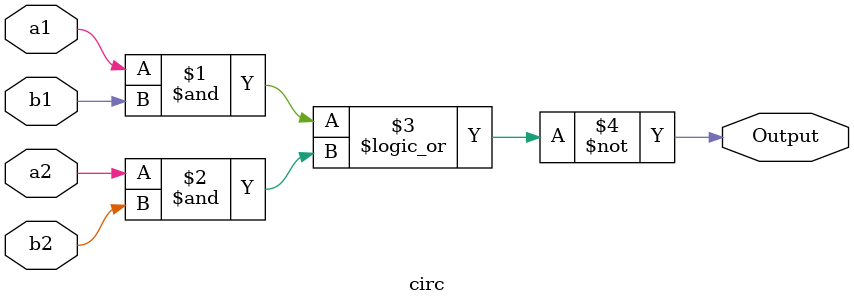
<source format=v>
module circ(input wire a1,a2, b1,b2, output wire Output);
	assign Output = ~((a1&b1)|| (a2&b2));
endmodule
</source>
